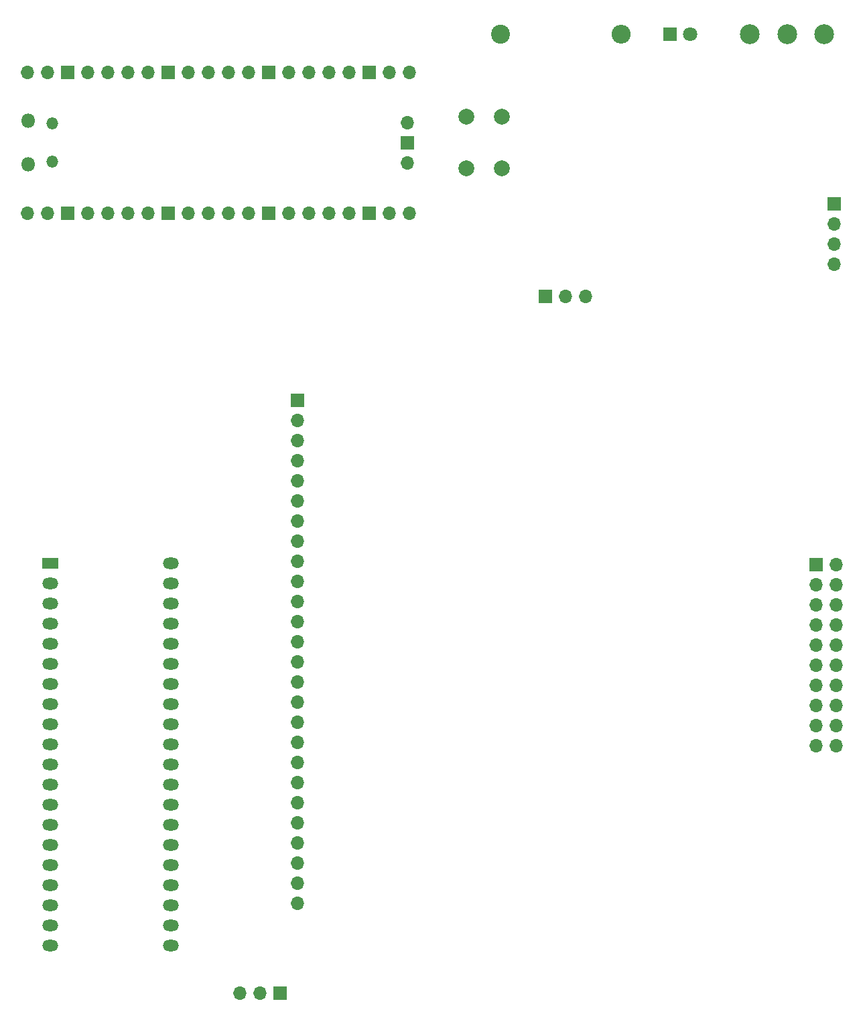
<source format=gbr>
%TF.GenerationSoftware,KiCad,Pcbnew,6.0.2+dfsg-1*%
%TF.CreationDate,2023-03-10T18:21:51-08:00*%
%TF.ProjectId,pico-devboard,7069636f-2d64-4657-9662-6f6172642e6b,A*%
%TF.SameCoordinates,Original*%
%TF.FileFunction,Soldermask,Bot*%
%TF.FilePolarity,Negative*%
%FSLAX46Y46*%
G04 Gerber Fmt 4.6, Leading zero omitted, Abs format (unit mm)*
G04 Created by KiCad (PCBNEW 6.0.2+dfsg-1) date 2023-03-10 18:21:51*
%MOMM*%
%LPD*%
G01*
G04 APERTURE LIST*
%ADD10R,1.700000X1.700000*%
%ADD11O,1.700000X1.700000*%
%ADD12C,2.400000*%
%ADD13O,2.400000X2.400000*%
%ADD14R,1.800000X1.800000*%
%ADD15C,1.800000*%
%ADD16O,1.800000X1.800000*%
%ADD17O,1.500000X1.500000*%
%ADD18C,2.000000*%
%ADD19R,2.000000X1.440000*%
%ADD20O,2.000000X1.440000*%
%ADD21C,2.500000*%
G04 APERTURE END LIST*
D10*
%TO.C,J3*%
X135910000Y-98500000D03*
D11*
X138450000Y-98500000D03*
X135910000Y-101040000D03*
X138450000Y-101040000D03*
X135910000Y-103580000D03*
X138450000Y-103580000D03*
X135910000Y-106120000D03*
X138450000Y-106120000D03*
X135910000Y-108660000D03*
X138450000Y-108660000D03*
X135910000Y-111200000D03*
X138450000Y-111200000D03*
X135910000Y-113740000D03*
X138450000Y-113740000D03*
X135910000Y-116280000D03*
X138450000Y-116280000D03*
X135910000Y-118820000D03*
X138450000Y-118820000D03*
X135910000Y-121360000D03*
X138450000Y-121360000D03*
%TD*%
D12*
%TO.C,R1*%
X96110000Y-31540000D03*
D13*
X111350000Y-31540000D03*
%TD*%
D10*
%TO.C,J5*%
X68230000Y-152560000D03*
D11*
X65690000Y-152560000D03*
X63150000Y-152560000D03*
%TD*%
D10*
%TO.C,J1*%
X101735000Y-64600000D03*
D11*
X104275000Y-64600000D03*
X106815000Y-64600000D03*
%TD*%
D10*
%TO.C,J6*%
X138220000Y-52940000D03*
D11*
X138220000Y-55480000D03*
X138220000Y-58020000D03*
X138220000Y-60560000D03*
%TD*%
D14*
%TO.C,D1*%
X117500000Y-31550000D03*
D15*
X120040000Y-31550000D03*
%TD*%
D10*
%TO.C,J2*%
X70450000Y-77780000D03*
D11*
X70450000Y-80320000D03*
X70450000Y-82860000D03*
X70450000Y-85400000D03*
X70450000Y-87940000D03*
X70450000Y-90480000D03*
X70450000Y-93020000D03*
X70450000Y-95560000D03*
X70450000Y-98100000D03*
X70450000Y-100640000D03*
X70450000Y-103180000D03*
X70450000Y-105720000D03*
X70450000Y-108260000D03*
X70450000Y-110800000D03*
X70450000Y-113340000D03*
X70450000Y-115880000D03*
X70450000Y-118420000D03*
X70450000Y-120960000D03*
X70450000Y-123500000D03*
X70450000Y-126040000D03*
X70450000Y-128580000D03*
X70450000Y-131120000D03*
X70450000Y-133660000D03*
X70450000Y-136200000D03*
X70450000Y-138740000D03*
X70450000Y-141280000D03*
%TD*%
D16*
%TO.C,U1*%
X36400000Y-47925000D03*
D17*
X39430000Y-42775000D03*
D16*
X36400000Y-42475000D03*
D17*
X39430000Y-47625000D03*
D11*
X36270000Y-54090000D03*
X38810000Y-54090000D03*
D10*
X41350000Y-54090000D03*
D11*
X43890000Y-54090000D03*
X46430000Y-54090000D03*
X48970000Y-54090000D03*
X51510000Y-54090000D03*
D10*
X54050000Y-54090000D03*
D11*
X56590000Y-54090000D03*
X59130000Y-54090000D03*
X61670000Y-54090000D03*
X64210000Y-54090000D03*
D10*
X66750000Y-54090000D03*
D11*
X69290000Y-54090000D03*
X71830000Y-54090000D03*
X74370000Y-54090000D03*
X76910000Y-54090000D03*
D10*
X79450000Y-54090000D03*
D11*
X81990000Y-54090000D03*
X84530000Y-54090000D03*
X84530000Y-36310000D03*
X81990000Y-36310000D03*
D10*
X79450000Y-36310000D03*
D11*
X76910000Y-36310000D03*
X74370000Y-36310000D03*
X71830000Y-36310000D03*
X69290000Y-36310000D03*
D10*
X66750000Y-36310000D03*
D11*
X64210000Y-36310000D03*
X61670000Y-36310000D03*
X59130000Y-36310000D03*
X56590000Y-36310000D03*
D10*
X54050000Y-36310000D03*
D11*
X51510000Y-36310000D03*
X48970000Y-36310000D03*
X46430000Y-36310000D03*
X43890000Y-36310000D03*
D10*
X41350000Y-36310000D03*
D11*
X38810000Y-36310000D03*
X36270000Y-36310000D03*
X84300000Y-47740000D03*
D10*
X84300000Y-45200000D03*
D11*
X84300000Y-42660000D03*
%TD*%
D18*
%TO.C,SW1*%
X91730000Y-48450000D03*
X91730000Y-41950000D03*
X96230000Y-48450000D03*
X96230000Y-41950000D03*
%TD*%
D19*
%TO.C,J4*%
X39207500Y-98310000D03*
D20*
X39207500Y-100850000D03*
X39207500Y-103390000D03*
X39207500Y-105930000D03*
X39207500Y-108470000D03*
X39207500Y-111010000D03*
X39207500Y-113550000D03*
X39207500Y-116090000D03*
X39207500Y-118630000D03*
X39207500Y-121170000D03*
X39207500Y-123710000D03*
X39207500Y-126250000D03*
X39207500Y-128790000D03*
X39207500Y-131330000D03*
X39207500Y-133870000D03*
X39207500Y-136410000D03*
X39207500Y-138950000D03*
X39207500Y-141490000D03*
X39207500Y-144030000D03*
X39207500Y-146570000D03*
X54447500Y-146570000D03*
X54447500Y-144030000D03*
X54447500Y-141490000D03*
X54447500Y-138950000D03*
X54447500Y-136410000D03*
X54447500Y-133870000D03*
X54447500Y-131330000D03*
X54447500Y-128790000D03*
X54447500Y-126250000D03*
X54447500Y-123710000D03*
X54447500Y-121170000D03*
X54447500Y-118630000D03*
X54447500Y-116090000D03*
X54447500Y-113550000D03*
X54447500Y-111010000D03*
X54447500Y-108470000D03*
X54447500Y-105930000D03*
X54447500Y-103390000D03*
X54447500Y-100850000D03*
X54447500Y-98310000D03*
%TD*%
D21*
%TO.C,SW2*%
X127600000Y-31550000D03*
X132300000Y-31560000D03*
X137000000Y-31560000D03*
%TD*%
M02*

</source>
